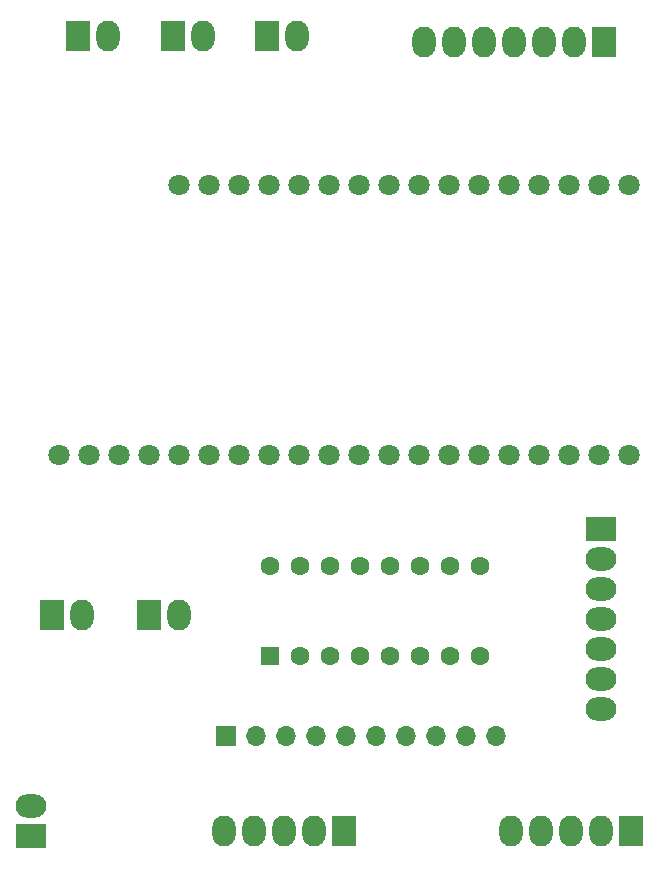
<source format=gbs>
G04 #@! TF.GenerationSoftware,KiCad,Pcbnew,(5.1.8)-1*
G04 #@! TF.CreationDate,2021-06-27T16:21:37+02:00*
G04 #@! TF.ProjectId,sdr-controller,7364722d-636f-46e7-9472-6f6c6c65722e,rev?*
G04 #@! TF.SameCoordinates,Original*
G04 #@! TF.FileFunction,Soldermask,Bot*
G04 #@! TF.FilePolarity,Negative*
%FSLAX46Y46*%
G04 Gerber Fmt 4.6, Leading zero omitted, Abs format (unit mm)*
G04 Created by KiCad (PCBNEW (5.1.8)-1) date 2021-06-27 16:21:37*
%MOMM*%
%LPD*%
G01*
G04 APERTURE LIST*
%ADD10R,2.000000X2.600000*%
%ADD11O,2.000000X2.600000*%
%ADD12R,2.600000X2.000000*%
%ADD13O,2.600000X2.000000*%
%ADD14C,1.800000*%
%ADD15C,1.600000*%
%ADD16R,1.600000X1.600000*%
%ADD17R,1.700000X1.700000*%
%ADD18O,1.700000X1.700000*%
G04 APERTURE END LIST*
D10*
X97830000Y-109250000D03*
D11*
X95290000Y-109250000D03*
X92750000Y-109250000D03*
X90210000Y-109250000D03*
X87670000Y-109250000D03*
D10*
X73500000Y-109250000D03*
D11*
X70960000Y-109250000D03*
X68420000Y-109250000D03*
X65880000Y-109250000D03*
X63340000Y-109250000D03*
D12*
X47000000Y-109750000D03*
D13*
X47000000Y-107210000D03*
D10*
X95500000Y-42500000D03*
D11*
X92960000Y-42500000D03*
X90420000Y-42500000D03*
X87880000Y-42500000D03*
X85340000Y-42500000D03*
X82800000Y-42500000D03*
X80260000Y-42500000D03*
D12*
X95250000Y-83750000D03*
D13*
X95250000Y-86290000D03*
X95250000Y-88830000D03*
X95250000Y-91370000D03*
X95250000Y-93910000D03*
X95250000Y-96450000D03*
X95250000Y-98990000D03*
D10*
X51000000Y-42000000D03*
D11*
X53540000Y-42000000D03*
D10*
X59000000Y-42000000D03*
D11*
X61540000Y-42000000D03*
D10*
X57000000Y-91000000D03*
D11*
X59540000Y-91000000D03*
D10*
X48750000Y-91000000D03*
D11*
X51290000Y-91000000D03*
D10*
X67000000Y-42000000D03*
D11*
X69540000Y-42000000D03*
D14*
X49370000Y-77430000D03*
X51910000Y-77430000D03*
X54450000Y-77430000D03*
X56990000Y-77430000D03*
X59530000Y-77430000D03*
X62070000Y-77430000D03*
X64610000Y-77430000D03*
X67150000Y-77430000D03*
X69690000Y-77430000D03*
X72230000Y-77430000D03*
X74770000Y-77430000D03*
X77310000Y-77430000D03*
X59530000Y-54570000D03*
X62070000Y-54570000D03*
X64610000Y-54570000D03*
X67150000Y-54570000D03*
X69690000Y-54570000D03*
X72230000Y-54570000D03*
X74770000Y-54570000D03*
X77310000Y-54570000D03*
X79850000Y-54570000D03*
X82390000Y-54570000D03*
X84930000Y-54570000D03*
X87470000Y-54570000D03*
X90010000Y-54570000D03*
X92550000Y-54570000D03*
X95090000Y-54570000D03*
X97630000Y-54570000D03*
X79850000Y-77430000D03*
X82390000Y-77430000D03*
X84930000Y-77430000D03*
X87470000Y-77430000D03*
X90010000Y-77430000D03*
X92550000Y-77430000D03*
X95090000Y-77430000D03*
X97630000Y-77430000D03*
D15*
X85030000Y-86880000D03*
X85030000Y-94500000D03*
X67250000Y-86880000D03*
X69790000Y-86880000D03*
X72330000Y-86880000D03*
X74870000Y-86880000D03*
X77410000Y-86880000D03*
X79950000Y-86880000D03*
X82490000Y-86880000D03*
X82490000Y-94500000D03*
X79950000Y-94500000D03*
X77410000Y-94500000D03*
X74870000Y-94500000D03*
X72330000Y-94500000D03*
X69790000Y-94500000D03*
D16*
X67250000Y-94500000D03*
D17*
X63500000Y-101250000D03*
D18*
X66040000Y-101250000D03*
X68580000Y-101250000D03*
X71120000Y-101250000D03*
X73660000Y-101250000D03*
X76200000Y-101250000D03*
X78740000Y-101250000D03*
X81280000Y-101250000D03*
X83820000Y-101250000D03*
X86360000Y-101250000D03*
M02*

</source>
